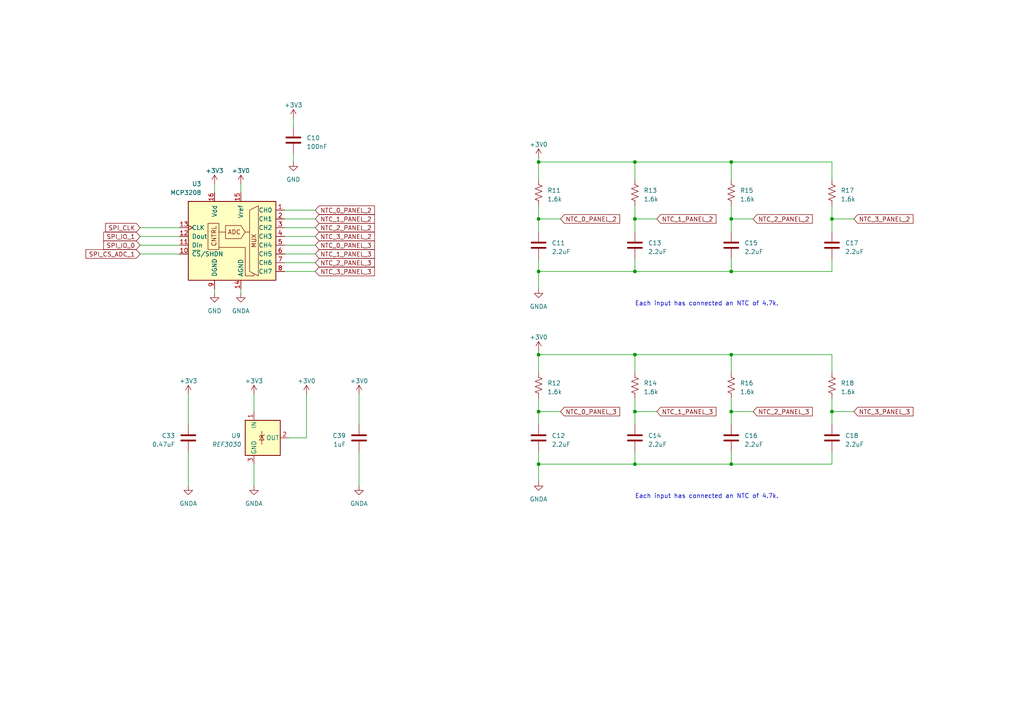
<source format=kicad_sch>
(kicad_sch (version 20230121) (generator eeschema)
  (paper "A4")
  (title_block (title "ADC1"))
  (lib_symbols
    (symbol "Analog_ADC:MCP3208" (pin_names (offset 1.016))
      (property "Reference" "U" (at -5.08 13.335 0))
      (property "Value" "MCP3208" (at -5.08 11.43 0))
      (symbol "MCP3208_0_0"
        (text "ADC" (at -0.635 1.27 0) (effects (font (size 1.27 1.27))))
        (text "CNTRL" (at 5.969 -2.921 900) (effects (font (size 1.27 1.27)) (justify left bottom)))
        (text "MUX" (at -6.35 -1.27 900) (effects (font (size 1.27 1.27))))
      )
      (symbol "MCP3208_0_1"
        (polyline (pts (xy -3.81 1.27) (xy -5.08 1.27)))
        (polyline (pts (xy 1.905 1.27) (xy 3.81 1.27)))
        (polyline (pts (xy -7.62 8.89) (xy -7.62 -11.43) (xy -5.08 -10.16) (xy -5.08 7.62) (xy -7.62 8.89)))
        (polyline (pts (xy 3.81 -3.175) (xy -3.81 -3.175) (xy -3.81 -11.43) (xy -6.35 -11.43) (xy -6.35 -10.795)))
        (polyline (pts (xy 1.905 3.175) (xy 1.905 -0.635) (xy -2.54 -0.635) (xy -3.81 1.27) (xy -2.54 3.175) (xy 1.905 3.175)))
        (rectangle (start 3.81 -3.81) (end 6.985 3.81))
        (rectangle (start 12.7 -12.7) (end -12.7 10.16) (stroke (width 0.254)) (fill (type background)))
      )
      (symbol "MCP3208_1_1"
        (pin input line (at -15.24 7.62 0) (length 2.54) (name "CH0") (number "1"))
        (pin input line (at 15.24 -5.08 180) (length 2.54) (name "~{CS}/SHDN") (number "10"))
        (pin input line (at 15.24 -2.54 180) (length 2.54) (name "Din") (number "11"))
        (pin output line (at 15.24 0 180) (length 2.54) (name "Dout") (number "12"))
        (pin input clock (at 15.24 2.54 180) (length 2.54) (name "CLK") (number "13"))
        (pin power_in line (at -2.54 -15.24 90) (length 2.54) (name "AGND") (number "14"))
        (pin power_in line (at -2.54 12.7 270) (length 2.54) (name "Vref") (number "15"))
        (pin power_in line (at 5.08 12.7 270) (length 2.54) (name "Vdd") (number "16"))
        (pin input line (at -15.24 5.08 0) (length 2.54) (name "CH1") (number "2"))
        (pin input line (at -15.24 2.54 0) (length 2.54) (name "CH2") (number "3"))
        (pin input line (at -15.24 0 0) (length 2.54) (name "CH3") (number "4"))
        (pin input line (at -15.24 -2.54 0) (length 2.54) (name "CH4") (number "5"))
        (pin input line (at -15.24 -5.08 0) (length 2.54) (name "CH5") (number "6"))
        (pin input line (at -15.24 -7.62 0) (length 2.54) (name "CH6") (number "7"))
        (pin input line (at -15.24 -10.16 0) (length 2.54) (name "CH7") (number "8"))
        (pin power_in line (at 5.08 -15.24 90) (length 2.54) (name "DGND") (number "9"))
      )
    )
    (symbol "Device:C" (pin_numbers hide) (pin_names (offset 0.254))
      (property "Reference" "C" (at 0.635 2.54 0))
      (property "Value" "C" (at 0.635 -2.54 0))
      (symbol "C_0_1"
        (polyline (pts (xy -2.032 -0.762) (xy 2.032 -0.762)) (stroke (width 0.508)))
        (polyline (pts (xy -2.032 0.762) (xy 2.032 0.762)) (stroke (width 0.508)))
      )
      (symbol "C_1_1"
        (pin passive line (at 0 3.81 270) (length 2.794) (name "~") (number "1"))
        (pin passive line (at 0 -3.81 90) (length 2.794) (name "~") (number "2"))
      )
    )
    (symbol "Device:R_US" (pin_numbers hide) (pin_names (offset 0))
      (property "Reference" "R" (at 2.54 0 90))
      (property "Value" "R_US" (at -2.54 0 90))
      (symbol "R_US_0_1"
        (polyline (pts (xy 0 -2.286) (xy 0 -2.54)))
        (polyline (pts (xy 0 2.286) (xy 0 2.54)))
        (polyline (pts (xy 0 -0.762) (xy 1.016 -1.143) (xy 0 -1.524) (xy -1.016 -1.905) (xy 0 -2.286)))
        (polyline (pts (xy 0 0.762) (xy 1.016 0.381) (xy 0 0) (xy -1.016 -0.381) (xy 0 -0.762)))
        (polyline (pts (xy 0 2.286) (xy 1.016 1.905) (xy 0 1.524) (xy -1.016 1.143) (xy 0 0.762)))
      )
      (symbol "R_US_1_1"
        (pin passive line (at 0 3.81 270) (length 1.27) (name "~") (number "1"))
        (pin passive line (at 0 -3.81 90) (length 1.27) (name "~") (number "2"))
      )
    )
    (symbol "Reference_Voltage:REF3030" (pin_names (offset 0.254))
      (property "Reference" "U" (at 0 6.35 0))
      (property "Value" "REF3030" (at 2.54 -6.35 0))
      (symbol "REF3030_0_1"
        (rectangle (start -5.08 5.08) (end 5.08 -5.08) (stroke (width 0.254)) (fill (type background)))
        (polyline (pts (xy -0.254 1.905) (xy -0.254 -1.905)))
        (polyline (pts (xy -0.889 -0.635) (xy 0.381 -0.635) (xy -0.254 0.635) (xy -0.889 -0.635)))
        (polyline (pts (xy 0.381 1.016) (xy 0.381 0.635) (xy -0.889 0.635) (xy -0.889 0.254)))
      )
      (symbol "REF3030_1_1"
        (pin power_in line (at -2.54 7.62 270) (length 2.54) (name "IN") (number "1"))
        (pin power_out line (at 7.62 0 180) (length 2.54) (name "OUT") (number "2"))
        (pin power_in line (at -2.54 -7.62 90) (length 2.54) (name "GND") (number "3"))
      )
    )
    (symbol "power:+3V0" (power) (pin_names (offset 0))
      (property "Value" "+3V0" (at 0 3.556 0))
      (symbol "+3V0_0_1"
        (polyline (pts (xy -0.762 1.27) (xy 0 2.54)))
        (polyline (pts (xy 0 0) (xy 0 2.54)))
        (polyline (pts (xy 0 2.54) (xy 0.762 1.27)))
      )
      (symbol "+3V0_1_1"
        (pin power_in line (at 0 0 90) (length 0) hide (name "+3V0") (number "1"))
      )
    )
    (symbol "power:+3V3" (power) (pin_names (offset 0))
      (property "Value" "+3V3" (at 0 3.556 0))
      (symbol "+3V3_0_1"
        (polyline (pts (xy -0.762 1.27) (xy 0 2.54)))
        (polyline (pts (xy 0 0) (xy 0 2.54)))
        (polyline (pts (xy 0 2.54) (xy 0.762 1.27)))
      )
      (symbol "+3V3_1_1"
        (pin power_in line (at 0 0 90) (length 0) hide (name "+3V3") (number "1"))
      )
    )
    (symbol "power:GND" (power) (pin_names (offset 0))
      (property "Value" "GND" (at 0 -3.81 0))
      (symbol "GND_0_1"
        (polyline (pts (xy 0 0) (xy 0 -1.27) (xy 1.27 -1.27) (xy 0 -2.54) (xy -1.27 -1.27) (xy 0 -1.27)))
      )
      (symbol "GND_1_1"
        (pin power_in line (at 0 0 270) (length 0) hide (name "GND") (number "1"))
      )
    )
    (symbol "power:GNDA" (power) (pin_names (offset 0))
      (property "Value" "GNDA" (at 0 -3.81 0))
      (symbol "GNDA_0_1"
        (polyline (pts (xy 0 0) (xy 0 -1.27) (xy 1.27 -1.27) (xy 0 -2.54) (xy -1.27 -1.27) (xy 0 -1.27)))
      )
      (symbol "GNDA_1_1"
        (pin power_in line (at 0 0 270) (length 0) hide (name "GNDA") (number "1"))
      )
    )
  )
  (junction (at 156.21 102.87))
  (junction (at 156.21 119.38))
  (junction (at 241.3 119.38))
  (junction (at 241.3 63.5))
  (junction (at 212.09 78.74))
  (junction (at 212.09 119.38))
  (junction (at 212.09 102.87))
  (junction (at 184.15 78.74))
  (junction (at 156.21 78.74))
  (junction (at 156.21 134.62))
  (junction (at 184.15 119.38))
  (junction (at 184.15 63.5))
  (junction (at 184.15 134.62))
  (junction (at 184.15 102.87))
  (junction (at 212.09 134.62))
  (junction (at 156.21 46.99))
  (junction (at 212.09 46.99))
  (junction (at 184.15 46.99))
  (junction (at 156.21 63.5))
  (junction (at 212.09 63.5))
  (wire (pts (xy 212.09 119.38) (xy 212.09 123.19)))
  (wire (pts (xy 104.14 130.81) (xy 104.14 140.97)))
  (wire (pts (xy 40.64 66.04) (xy 52.07 66.04)))
  (wire (pts (xy 212.09 59.69) (xy 212.09 63.5)))
  (wire (pts (xy 184.15 102.87) (xy 184.15 107.95)))
  (wire (pts (xy 184.15 59.69) (xy 184.15 63.5)))
  (wire (pts (xy 85.09 34.29) (xy 85.09 36.83)))
  (wire (pts (xy 88.9 127) (xy 83.82 127)))
  (wire (pts (xy 241.3 102.87) (xy 241.3 107.95)))
  (wire (pts (xy 212.09 74.93) (xy 212.09 78.74)))
  (wire (pts (xy 156.21 74.93) (xy 156.21 78.74)))
  (wire (pts (xy 156.21 46.99) (xy 156.21 52.07)))
  (wire (pts (xy 54.61 130.81) (xy 54.61 140.97)))
  (wire (pts (xy 184.15 78.74) (xy 212.09 78.74)))
  (wire (pts (xy 241.3 119.38) (xy 247.65 119.38)))
  (wire (pts (xy 156.21 115.57) (xy 156.21 119.38)))
  (wire (pts (xy 241.3 119.38) (xy 241.3 123.19)))
  (wire (pts (xy 184.15 130.81) (xy 184.15 134.62)))
  (wire (pts (xy 241.3 130.81) (xy 241.3 134.62)))
  (wire (pts (xy 73.66 114.3) (xy 73.66 119.38)))
  (wire (pts (xy 156.21 46.99) (xy 184.15 46.99)))
  (wire (pts (xy 156.21 102.87) (xy 156.21 107.95)))
  (wire (pts (xy 212.09 115.57) (xy 212.09 119.38)))
  (wire (pts (xy 212.09 63.5) (xy 218.44 63.5)))
  (wire (pts (xy 82.55 76.2) (xy 91.44 76.2)))
  (wire (pts (xy 212.09 46.99) (xy 212.09 52.07)))
  (wire (pts (xy 40.64 68.58) (xy 52.07 68.58)))
  (wire (pts (xy 54.61 114.3) (xy 54.61 123.19)))
  (wire (pts (xy 212.09 102.87) (xy 212.09 107.95)))
  (wire (pts (xy 184.15 119.38) (xy 184.15 123.19)))
  (wire (pts (xy 156.21 119.38) (xy 156.21 123.19)))
  (wire (pts (xy 212.09 119.38) (xy 218.44 119.38)))
  (wire (pts (xy 212.09 78.74) (xy 241.3 78.74)))
  (wire (pts (xy 156.21 63.5) (xy 156.21 67.31)))
  (wire (pts (xy 69.85 53.34) (xy 69.85 55.88)))
  (wire (pts (xy 212.09 130.81) (xy 212.09 134.62)))
  (wire (pts (xy 156.21 78.74) (xy 184.15 78.74)))
  (wire (pts (xy 184.15 46.99) (xy 184.15 52.07)))
  (wire (pts (xy 184.15 115.57) (xy 184.15 119.38)))
  (wire (pts (xy 82.55 73.66) (xy 91.44 73.66)))
  (wire (pts (xy 62.23 83.82) (xy 62.23 85.09)))
  (wire (pts (xy 212.09 63.5) (xy 212.09 67.31)))
  (wire (pts (xy 82.55 68.58) (xy 91.44 68.58)))
  (wire (pts (xy 184.15 46.99) (xy 212.09 46.99)))
  (wire (pts (xy 184.15 102.87) (xy 212.09 102.87)))
  (wire (pts (xy 184.15 63.5) (xy 190.5 63.5)))
  (wire (pts (xy 241.3 59.69) (xy 241.3 63.5)))
  (wire (pts (xy 156.21 130.81) (xy 156.21 134.62)))
  (wire (pts (xy 241.3 63.5) (xy 241.3 67.31)))
  (wire (pts (xy 156.21 102.87) (xy 184.15 102.87)))
  (wire (pts (xy 62.23 53.34) (xy 62.23 55.88)))
  (wire (pts (xy 73.66 134.62) (xy 73.66 140.97)))
  (wire (pts (xy 212.09 46.99) (xy 241.3 46.99)))
  (wire (pts (xy 184.15 74.93) (xy 184.15 78.74)))
  (wire (pts (xy 241.3 46.99) (xy 241.3 52.07)))
  (wire (pts (xy 156.21 119.38) (xy 162.56 119.38)))
  (wire (pts (xy 69.85 83.82) (xy 69.85 85.09)))
  (wire (pts (xy 241.3 63.5) (xy 247.65 63.5)))
  (wire (pts (xy 156.21 101.6) (xy 156.21 102.87)))
  (wire (pts (xy 40.64 71.12) (xy 52.07 71.12)))
  (wire (pts (xy 82.55 66.04) (xy 91.44 66.04)))
  (wire (pts (xy 88.9 114.3) (xy 88.9 127)))
  (wire (pts (xy 85.09 44.45) (xy 85.09 46.99)))
  (wire (pts (xy 82.55 63.5) (xy 91.44 63.5)))
  (wire (pts (xy 184.15 63.5) (xy 184.15 67.31)))
  (wire (pts (xy 156.21 63.5) (xy 162.56 63.5)))
  (wire (pts (xy 82.55 60.96) (xy 91.44 60.96)))
  (wire (pts (xy 82.55 78.74) (xy 91.44 78.74)))
  (wire (pts (xy 104.14 114.3) (xy 104.14 123.19)))
  (wire (pts (xy 156.21 45.72) (xy 156.21 46.99)))
  (wire (pts (xy 212.09 134.62) (xy 241.3 134.62)))
  (wire (pts (xy 184.15 119.38) (xy 190.5 119.38)))
  (wire (pts (xy 40.64 73.66) (xy 52.07 73.66)))
  (wire (pts (xy 156.21 59.69) (xy 156.21 63.5)))
  (wire (pts (xy 184.15 134.62) (xy 212.09 134.62)))
  (wire (pts (xy 212.09 102.87) (xy 241.3 102.87)))
  (wire (pts (xy 82.55 71.12) (xy 91.44 71.12)))
  (wire (pts (xy 241.3 74.93) (xy 241.3 78.74)))
  (wire (pts (xy 241.3 115.57) (xy 241.3 119.38)))
  (wire (pts (xy 156.21 134.62) (xy 184.15 134.62)))
  (wire (pts (xy 156.21 134.62) (xy 156.21 139.7)))
  (wire (pts (xy 156.21 78.74) (xy 156.21 83.82)))
  (text "Each input has connected an NTC of 4.7k." (at 184.15 88.9 0) (effects (font (size 1.27 1.27)) (justify left bottom)))
  (text "Each input has connected an NTC of 4.7k." (at 184.15 144.78 0) (effects (font (size 1.27 1.27)) (justify left bottom)))
  (global_label "NTC_0_PANEL_3" (shape input) (at 91.44 71.12 0) (property "Intersheetrefs" "${INTERSHEET_REFS}" (effects hide)))
  (global_label "NTC_1_PANEL_3" (shape input) (at 190.5 119.38 0) (property "Intersheetrefs" "${INTERSHEET_REFS}" (effects hide)))
  (global_label "NTC_2_PANEL_3" (shape input) (at 91.44 76.2 0) (property "Intersheetrefs" "${INTERSHEET_REFS}" (effects hide)))
  (global_label "NTC_2_PANEL_2" (shape input) (at 218.44 63.5 0) (property "Intersheetrefs" "${INTERSHEET_REFS}" (effects hide)))
  (global_label "NTC_3_PANEL_2" (shape input) (at 247.65 63.5 0) (property "Intersheetrefs" "${INTERSHEET_REFS}" (effects hide)))
  (global_label "NTC_1_PANEL_2" (shape input) (at 190.5 63.5 0) (property "Intersheetrefs" "${INTERSHEET_REFS}" (effects hide)))
  (global_label "SPI_IO_0" (shape input) (at 40.64 71.12 180) (property "Intersheetrefs" "${INTERSHEET_REFS}" (effects hide)))
  (global_label "NTC_0_PANEL_3" (shape input) (at 162.56 119.38 0) (property "Intersheetrefs" "${INTERSHEET_REFS}" (effects hide)))
  (global_label "NTC_3_PANEL_3" (shape input) (at 91.44 78.74 0) (property "Intersheetrefs" "${INTERSHEET_REFS}" (effects hide)))
  (global_label "NTC_2_PANEL_2" (shape input) (at 91.44 66.04 0) (property "Intersheetrefs" "${INTERSHEET_REFS}" (effects hide)))
  (global_label "SPI_IO_1" (shape input) (at 40.64 68.58 180) (property "Intersheetrefs" "${INTERSHEET_REFS}" (effects hide)))
  (global_label "NTC_0_PANEL_2" (shape input) (at 162.56 63.5 0) (property "Intersheetrefs" "${INTERSHEET_REFS}" (effects hide)))
  (global_label "NTC_3_PANEL_2" (shape input) (at 91.44 68.58 0) (property "Intersheetrefs" "${INTERSHEET_REFS}" (effects hide)))
  (global_label "NTC_0_PANEL_2" (shape input) (at 91.44 60.96 0) (property "Intersheetrefs" "${INTERSHEET_REFS}" (effects hide)))
  (global_label "SPI_CLK" (shape input) (at 40.64 66.04 180) (property "Intersheetrefs" "${INTERSHEET_REFS}" (effects hide)))
  (global_label "NTC_1_PANEL_3" (shape input) (at 91.44 73.66 0) (property "Intersheetrefs" "${INTERSHEET_REFS}" (effects hide)))
  (global_label "NTC_3_PANEL_3" (shape input) (at 247.65 119.38 0) (property "Intersheetrefs" "${INTERSHEET_REFS}" (effects hide)))
  (global_label "NTC_1_PANEL_2" (shape input) (at 91.44 63.5 0) (property "Intersheetrefs" "${INTERSHEET_REFS}" (effects hide)))
  (global_label "SPI_CS_ADC_1" (shape input) (at 40.64 73.66 180) (property "Intersheetrefs" "${INTERSHEET_REFS}" (effects hide)))
  (global_label "NTC_2_PANEL_3" (shape input) (at 218.44 119.38 0) (property "Intersheetrefs" "${INTERSHEET_REFS}" (effects hide)))
  (symbol (lib_id "power:+3V0") (at 104.14 114.3 0) (unit 1)
    (property "Reference" "#PWR074" (effects hide))
    (property "Value" "+3V0" (at 104.14 110.49 0))
  )
  (symbol (lib_id "Device:R_US") (at 241.3 111.76 0) (unit 1)
    (property "Reference" "R18" (at 243.84 111.125 0) (effects (justify left)))
    (property "Value" "1.6k" (at 243.84 113.665 0) (effects (justify left)))
    (property "Footprint" "Resistor_SMD:R_0805_2012Metric" (effects hide))
    (property "LCSC" "C218399" (effects hide))
    (instances (project "ledian-support-board" (path "" (reference "R18") (unit 1)) (path "" (reference "R9") (unit 1))))
  )
  (symbol (lib_id "Analog_ADC:MCP3208") (at 67.31 68.58 0) (mirror y) (unit 1)
    (property "Reference" "U3" (at 58.42 53.34 0) (effects (justify left)))
    (property "Value" "MCP3208" (at 58.42 55.88 0) (effects (justify left)))
    (property "Footprint" "Package_SO:SOIC-16_3.9x9.9mm_P1.27mm" (effects hide))
    (property "Datasheet" "http://ww1.microchip.com/downloads/en/DeviceDoc/21298c.pdf" (effects hide))
    (property "LCSC" "C16939" (effects hide))
    (instances (project "ledian-support-board" (path "" (reference "U3") (unit 1)) (path "" (reference "U4") (unit 1))))
  )
  (symbol (lib_id "power:+3V0") (at 156.21 101.6 0) (unit 1)
    (property "Reference" "#PWR018" (effects hide))
    (property "Value" "+3V0" (at 156.21 97.79 0))
  )
  (symbol (lib_id "Device:R_US") (at 156.21 111.76 0) (unit 1)
    (property "Reference" "R12" (at 158.75 111.125 0) (effects (justify left)))
    (property "Value" "1.6k" (at 158.75 113.665 0) (effects (justify left)))
    (property "Footprint" "Resistor_SMD:R_0805_2012Metric" (effects hide))
    (property "LCSC" "C218399" (effects hide))
    (instances (project "ledian-support-board" (path "" (reference "R12") (unit 1)) (path "" (reference "R3") (unit 1))))
  )
  (symbol (lib_id "Device:C") (at 54.61 127 0) (mirror y) (unit 1)
    (property "Reference" "C33" (at 50.8 126.365 0) (effects (justify left)))
    (property "Value" "0.47uF" (at 50.8 128.905 0) (effects (justify left)))
    (property "Footprint" "Capacitor_SMD:C_0805_2012Metric" (effects hide))
    (property "LCSC" "C520080" (effects hide))
    (instances (project "ledian-support-board" (path "" (reference "C33") (unit 1)) (path "" (reference "C32") (unit 1))))
  )
  (symbol (lib_id "power:GNDA") (at 156.21 139.7 0) (unit 1)
    (property "Reference" "#PWR03" (effects hide))
    (property "Value" "GNDA" (at 156.21 144.78 0))
    (instances (project "ledian-support-board" (path "" (reference "#PWR03") (unit 1)) (path "" (reference "#PWR038") (unit 1)) (path "" (reference "#PWR015") (unit 1))))
  )
  (symbol (lib_id "power:GND") (at 62.23 85.09 0) (unit 1)
    (property "Reference" "#PWR01" (effects hide))
    (property "Value" "GND" (at 62.23 90.17 0))
    (instances (project "ledian-support-board" (path "" (reference "#PWR01") (unit 1)) (path "" (reference "#PWR06") (unit 1)) (path "" (reference "#PWR08") (unit 1))))
  )
  (symbol (lib_id "Device:R_US") (at 156.21 55.88 0) (unit 1)
    (property "Reference" "R11" (at 158.75 55.245 0) (effects (justify left)))
    (property "Value" "1.6k" (at 158.75 57.785 0) (effects (justify left)))
    (property "Footprint" "Resistor_SMD:R_0805_2012Metric" (effects hide))
    (property "LCSC" "C218399" (effects hide))
    (instances (project "ledian-support-board" (path "" (reference "R11") (unit 1)) (path "" (reference "R2") (unit 1))))
  )
  (symbol (lib_id "power:+3V3") (at 73.66 114.3 0) (unit 1)
    (property "Reference" "#PWR04" (effects hide))
    (property "Value" "+3V3" (at 73.66 110.49 0))
    (instances (project "ledian-support-board" (path "" (reference "#PWR04") (unit 1)) (path "" (reference "#PWR01") (unit 1))))
  )
  (symbol (lib_id "Device:C") (at 212.09 71.12 0) (unit 1)
    (property "Reference" "C15" (at 215.9 70.485 0) (effects (justify left)))
    (property "Value" "2.2uF" (at 215.9 73.025 0) (effects (justify left)))
    (property "Footprint" "Capacitor_SMD:C_0805_2012Metric" (effects hide))
    (property "LCSC" "C77081" (effects hide))
    (instances (project "ledian-support-board" (path "" (reference "C15") (unit 1)) (path "" (reference "C5") (unit 1))))
  )
  (symbol (lib_id "power:GNDA") (at 104.14 140.97 0) (unit 1)
    (property "Reference" "#PWR03" (effects hide))
    (property "Value" "GNDA" (at 104.14 146.05 0))
    (instances (project "ledian-support-board" (path "" (reference "#PWR03") (unit 1)) (path "" (reference "#PWR077") (unit 1)) (path "" (reference "#PWR0108") (unit 1))))
  )
  (symbol (lib_id "power:GND") (at 85.09 46.99 0) (unit 1)
    (property "Reference" "#PWR01" (effects hide))
    (property "Value" "GND" (at 85.09 52.07 0))
    (instances (project "ledian-support-board" (path "" (reference "#PWR01") (unit 1)) (path "" (reference "#PWR034") (unit 1)) (path "" (reference "#PWR029") (unit 1))))
  )
  (symbol (lib_id "power:+3V3") (at 85.09 34.29 0) (unit 1)
    (property "Reference" "#PWR033" (effects hide))
    (property "Value" "+3V3" (at 85.09 30.48 0))
    (instances (project "ledian-support-board" (path "" (reference "#PWR033") (unit 1)) (path "" (reference "#PWR028") (unit 1))))
  )
  (symbol (lib_id "Device:R_US") (at 184.15 111.76 0) (unit 1)
    (property "Reference" "R14" (at 186.69 111.125 0) (effects (justify left)))
    (property "Value" "1.6k" (at 186.69 113.665 0) (effects (justify left)))
    (property "Footprint" "Resistor_SMD:R_0805_2012Metric" (effects hide))
    (property "LCSC" "C218399" (effects hide))
    (instances (project "ledian-support-board" (path "" (reference "R14") (unit 1)) (path "" (reference "R5") (unit 1))))
  )
  (symbol (lib_id "power:+3V3") (at 62.23 53.34 0) (unit 1)
    (property "Reference" "#PWR05" (effects hide))
    (property "Value" "+3V3" (at 62.23 49.53 0))
    (instances (project "ledian-support-board" (path "" (reference "#PWR05") (unit 1)) (path "" (reference "#PWR07") (unit 1))))
  )
  (symbol (lib_id "power:+3V0") (at 88.9 114.3 0) (unit 1)
    (property "Reference" "#PWR016" (effects hide))
    (property "Value" "+3V0" (at 88.9 110.49 0))
  )
  (symbol (lib_id "Device:C") (at 156.21 71.12 0) (unit 1)
    (property "Reference" "C11" (at 160.02 70.485 0) (effects (justify left)))
    (property "Value" "2.2uF" (at 160.02 73.025 0) (effects (justify left)))
    (property "Footprint" "Capacitor_SMD:C_0805_2012Metric" (effects hide))
    (property "LCSC" "C77081" (effects hide))
    (instances (project "ledian-support-board" (path "" (reference "C11") (unit 1)) (path "" (reference "C1") (unit 1))))
  )
  (symbol (lib_id "power:+3V3") (at 54.61 114.3 0) (unit 1)
    (property "Reference" "#PWR02" (effects hide))
    (property "Value" "+3V3" (at 54.61 110.49 0))
    (instances (project "ledian-support-board" (path "" (reference "#PWR02") (unit 1)) (path "" (reference "#PWR01") (unit 1))))
  )
  (symbol (lib_id "Reference_Voltage:REF3030") (at 76.2 127 0) (unit 1)
    (property "Reference" "U9" (at 69.85 126.365 0) (effects (justify right)))
    (property "Value" "REF3030" (at 69.85 128.905 0) (effects (font italic) (justify right)))
    (property "Footprint" "Package_TO_SOT_SMD:SOT-23" (effects hide))
    (property "Datasheet" "http://www.ti.com/lit/ds/symlink/ref3033.pdf" (effects hide))
    (property "LCSC" "C38423" (effects hide))
    (instances (project "ledian-support-board" (path "" (reference "U9") (unit 1)) (path "" (reference "U1") (unit 1))))
  )
  (symbol (lib_id "Device:C") (at 184.15 71.12 0) (unit 1)
    (property "Reference" "C13" (at 187.96 70.485 0) (effects (justify left)))
    (property "Value" "2.2uF" (at 187.96 73.025 0) (effects (justify left)))
    (property "Footprint" "Capacitor_SMD:C_0805_2012Metric" (effects hide))
    (property "LCSC" "C77081" (effects hide))
    (instances (project "ledian-support-board" (path "" (reference "C13") (unit 1)) (path "" (reference "C3") (unit 1))))
  )
  (symbol (lib_id "power:GNDA") (at 54.61 140.97 0) (unit 1)
    (property "Reference" "#PWR03" (effects hide))
    (property "Value" "GNDA" (at 54.61 146.05 0))
    (instances (project "ledian-support-board" (path "" (reference "#PWR03") (unit 1)) (path "" (reference "#PWR0109") (unit 1)) (path "" (reference "#PWR0108") (unit 1))))
  )
  (symbol (lib_id "Device:C") (at 85.09 40.64 0) (unit 1)
    (property "Reference" "C10" (at 88.9 40.005 0) (effects (justify left)))
    (property "Value" "100nF" (at 88.9 42.545 0) (effects (justify left)))
    (property "Footprint" "Capacitor_SMD:C_0805_2012Metric" (effects hide))
    (property "LCSC" "C599848" (effects hide))
    (instances (project "ledian-support-board" (path "" (reference "C10") (unit 1)) (path "" (reference "C9") (unit 1))))
  )
  (symbol (lib_id "Device:C") (at 156.21 127 0) (unit 1)
    (property "Reference" "C12" (at 160.02 126.365 0) (effects (justify left)))
    (property "Value" "2.2uF" (at 160.02 128.905 0) (effects (justify left)))
    (property "Footprint" "Capacitor_SMD:C_0805_2012Metric" (effects hide))
    (property "LCSC" "C77081" (effects hide))
    (instances (project "ledian-support-board" (path "" (reference "C12") (unit 1)) (path "" (reference "C2") (unit 1))))
  )
  (symbol (lib_id "Device:R_US") (at 241.3 55.88 0) (unit 1)
    (property "Reference" "R17" (at 243.84 55.245 0) (effects (justify left)))
    (property "Value" "1.6k" (at 243.84 57.785 0) (effects (justify left)))
    (property "Footprint" "Resistor_SMD:R_0805_2012Metric" (effects hide))
    (property "LCSC" "C218399" (effects hide))
    (instances (project "ledian-support-board" (path "" (reference "R17") (unit 1)) (path "" (reference "R8") (unit 1))))
  )
  (symbol (lib_id "Device:R_US") (at 184.15 55.88 0) (unit 1)
    (property "Reference" "R13" (at 186.69 55.245 0) (effects (justify left)))
    (property "Value" "1.6k" (at 186.69 57.785 0) (effects (justify left)))
    (property "Footprint" "Resistor_SMD:R_0805_2012Metric" (effects hide))
    (property "LCSC" "C218399" (effects hide))
    (instances (project "ledian-support-board" (path "" (reference "R13") (unit 1)) (path "" (reference "R4") (unit 1))))
  )
  (symbol (lib_id "Device:C") (at 184.15 127 0) (unit 1)
    (property "Reference" "C14" (at 187.96 126.365 0) (effects (justify left)))
    (property "Value" "2.2uF" (at 187.96 128.905 0) (effects (justify left)))
    (property "Footprint" "Capacitor_SMD:C_0805_2012Metric" (effects hide))
    (property "LCSC" "C77081" (effects hide))
    (instances (project "ledian-support-board" (path "" (reference "C14") (unit 1)) (path "" (reference "C4") (unit 1))))
  )
  (symbol (lib_id "power:+3V0") (at 69.85 53.34 0) (unit 1)
    (property "Reference" "#PWR023" (effects hide))
    (property "Value" "+3V0" (at 69.85 49.53 0))
  )
  (symbol (lib_id "Device:R_US") (at 212.09 111.76 0) (unit 1)
    (property "Reference" "R16" (at 214.63 111.125 0) (effects (justify left)))
    (property "Value" "1.6k" (at 214.63 113.665 0) (effects (justify left)))
    (property "Footprint" "Resistor_SMD:R_0805_2012Metric" (effects hide))
    (property "LCSC" "C218399" (effects hide))
    (instances (project "ledian-support-board" (path "" (reference "R16") (unit 1)) (path "" (reference "R7") (unit 1))))
  )
  (symbol (lib_id "power:+3V0") (at 156.21 45.72 0) (unit 1)
    (property "Reference" "#PWR019" (effects hide))
    (property "Value" "+3V0" (at 156.21 41.91 0))
  )
  (symbol (lib_id "Device:C") (at 104.14 127 0) (mirror y) (unit 1)
    (property "Reference" "C39" (at 100.33 126.365 0) (effects (justify left)))
    (property "Value" "1uF" (at 100.33 128.905 0) (effects (justify left)))
    (property "Footprint" "Capacitor_SMD:C_0805_2012Metric" (effects hide))
    (property "LCSC" "C541528" (effects hide))
    (instances (project "ledian-support-board" (path "" (reference "C39") (unit 1)) (path "" (reference "C32") (unit 1))))
  )
  (symbol (lib_id "power:GNDA") (at 156.21 83.82 0) (unit 1)
    (property "Reference" "#PWR03" (effects hide))
    (property "Value" "GNDA" (at 156.21 88.9 0))
    (instances (project "ledian-support-board" (path "" (reference "#PWR03") (unit 1)) (path "" (reference "#PWR036") (unit 1)) (path "" (reference "#PWR013") (unit 1))))
  )
  (symbol (lib_id "power:GNDA") (at 73.66 140.97 0) (unit 1)
    (property "Reference" "#PWR03" (effects hide))
    (property "Value" "GNDA" (at 73.66 146.05 0))
    (instances (project "ledian-support-board" (path "" (reference "#PWR03") (unit 1)) (path "" (reference "#PWR067") (unit 1)) (path "" (reference "#PWR0108") (unit 1))))
  )
  (symbol (lib_id "power:GNDA") (at 69.85 85.09 0) (unit 1)
    (property "Reference" "#PWR03" (effects hide))
    (property "Value" "GNDA" (at 69.85 90.17 0))
    (instances (project "ledian-support-board" (path "" (reference "#PWR03") (unit 1)) (path "" (reference "#PWR031") (unit 1)) (path "" (reference "#PWR010") (unit 1))))
  )
  (symbol (lib_id "Device:C") (at 241.3 71.12 0) (unit 1)
    (property "Reference" "C17" (at 245.11 70.485 0) (effects (justify left)))
    (property "Value" "2.2uF" (at 245.11 73.025 0) (effects (justify left)))
    (property "Footprint" "Capacitor_SMD:C_0805_2012Metric" (effects hide))
    (property "LCSC" "C77081" (effects hide))
    (instances (project "ledian-support-board" (path "" (reference "C17") (unit 1)) (path "" (reference "C7") (unit 1))))
  )
  (symbol (lib_id "Device:C") (at 241.3 127 0) (unit 1)
    (property "Reference" "C18" (at 245.11 126.365 0) (effects (justify left)))
    (property "Value" "2.2uF" (at 245.11 128.905 0) (effects (justify left)))
    (property "Footprint" "Capacitor_SMD:C_0805_2012Metric" (effects hide))
    (property "LCSC" "C77081" (effects hide))
    (instances (project "ledian-support-board" (path "" (reference "C18") (unit 1)) (path "" (reference "C8") (unit 1))))
  )
  (symbol (lib_id "Device:R_US") (at 212.09 55.88 0) (unit 1)
    (property "Reference" "R15" (at 214.63 55.245 0) (effects (justify left)))
    (property "Value" "1.6k" (at 214.63 57.785 0) (effects (justify left)))
    (property "Footprint" "Resistor_SMD:R_0805_2012Metric" (effects hide))
    (property "LCSC" "C218399" (effects hide))
    (instances (project "ledian-support-board" (path "" (reference "R15") (unit 1)) (path "" (reference "R6") (unit 1))))
  )
  (symbol (lib_id "Device:C") (at 212.09 127 0) (unit 1)
    (property "Reference" "C16" (at 215.9 126.365 0) (effects (justify left)))
    (property "Value" "2.2uF" (at 215.9 128.905 0) (effects (justify left)))
    (property "Footprint" "Capacitor_SMD:C_0805_2012Metric" (effects hide))
    (property "LCSC" "C77081" (effects hide))
    (instances (project "ledian-support-board" (path "" (reference "C16") (unit 1)) (path "" (reference "C6") (unit 1))))
  )
)
</source>
